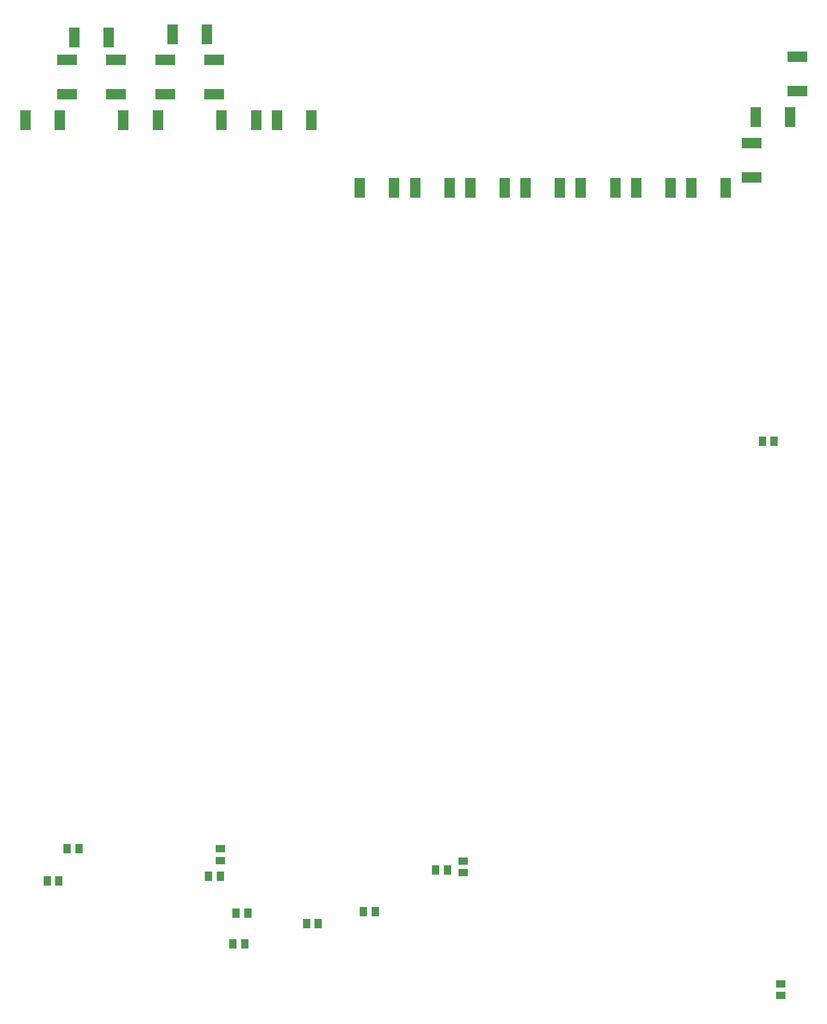
<source format=gbl>
G04 EAGLE Gerber RS-274X export*
G75*
%MOMM*%
%FSLAX34Y34*%
%LPD*%
%INSolderpaste Bottom*%
%IPPOS*%
%AMOC8*
5,1,8,0,0,1.08239X$1,22.5*%
G01*
%ADD10R,1.300000X1.500000*%
%ADD11R,1.500000X1.300000*%
%ADD12R,1.300000X1.600000*%
%ADD13R,1.600000X1.300000*%
%ADD14R,1.800000X3.200000*%
%ADD15R,3.200000X1.800000*%


D10*
X560500Y360000D03*
X579500Y360000D03*
X1712000Y1022500D03*
X1693000Y1022500D03*
X547000Y307500D03*
X528000Y307500D03*
D11*
X1722500Y139500D03*
X1722500Y120500D03*
D10*
X1062000Y257500D03*
X1043000Y257500D03*
X969500Y237500D03*
X950500Y237500D03*
X835500Y255000D03*
X854500Y255000D03*
D12*
X1179500Y325000D03*
X1160500Y325000D03*
D13*
X1205000Y339500D03*
X1205000Y320500D03*
D14*
X1037000Y1435000D03*
X1093000Y1435000D03*
X1127000Y1435000D03*
X1183000Y1435000D03*
X1217000Y1435000D03*
X1273000Y1435000D03*
X1307000Y1435000D03*
X1363000Y1435000D03*
X1397000Y1435000D03*
X1453000Y1435000D03*
D15*
X1750000Y1648000D03*
X1750000Y1592000D03*
D14*
X1738000Y1550000D03*
X1682000Y1550000D03*
D15*
X1675000Y1508000D03*
X1675000Y1452000D03*
D14*
X1633000Y1435000D03*
X1577000Y1435000D03*
X1543000Y1435000D03*
X1487000Y1435000D03*
X958000Y1545000D03*
X902000Y1545000D03*
X868000Y1545000D03*
X812000Y1545000D03*
D15*
X800000Y1587000D03*
X800000Y1643000D03*
D14*
X788000Y1685000D03*
X732000Y1685000D03*
D15*
X720000Y1643000D03*
X720000Y1587000D03*
D14*
X492000Y1545000D03*
X548000Y1545000D03*
D15*
X560000Y1587000D03*
X560000Y1643000D03*
D14*
X572000Y1680000D03*
X628000Y1680000D03*
D15*
X640000Y1643000D03*
X640000Y1587000D03*
D14*
X652000Y1545000D03*
X708000Y1545000D03*
D13*
X810000Y340500D03*
X810000Y359500D03*
D12*
X790500Y315000D03*
X809500Y315000D03*
D10*
X849500Y205000D03*
X830500Y205000D03*
M02*

</source>
